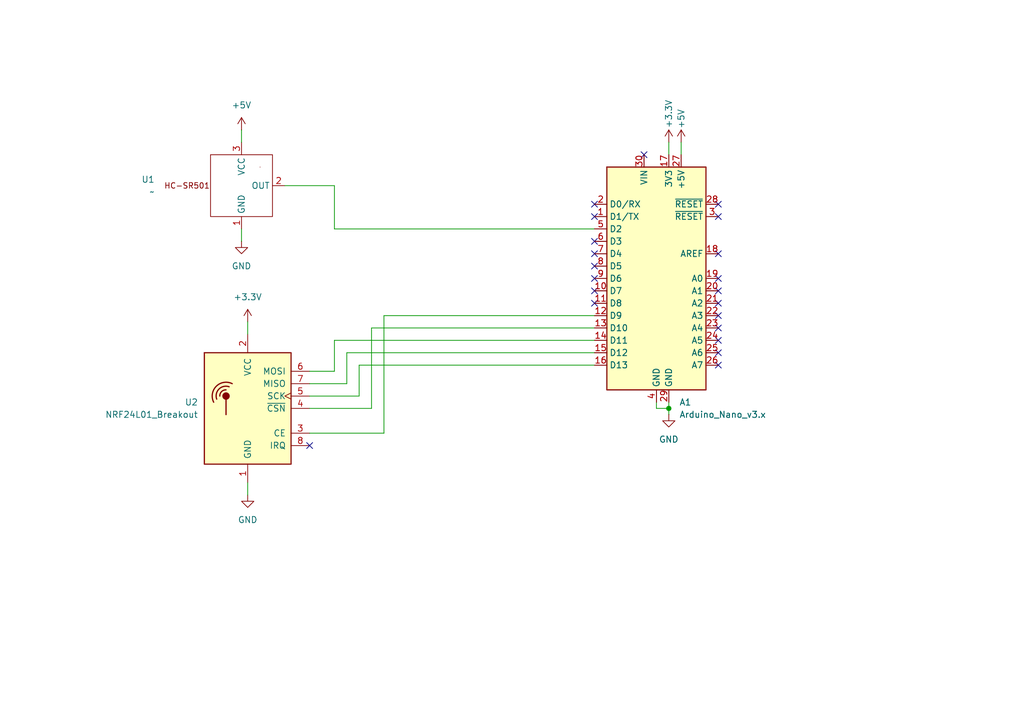
<source format=kicad_sch>
(kicad_sch
	(version 20250114)
	(generator "eeschema")
	(generator_version "9.0")
	(uuid "d662dc21-867d-4a25-9a81-387ad5e46949")
	(paper "A5")
	(title_block
		(title "IOT HSS-NODE")
		(date "2025-08-24")
		(rev "1")
	)
	(lib_symbols
		(symbol "HC-SR501:HC-SR501"
			(exclude_from_sim no)
			(in_bom yes)
			(on_board yes)
			(property "Reference" "U"
				(at 0 0 0)
				(effects
					(font
						(size 1.27 1.27)
					)
				)
			)
			(property "Value" ""
				(at 0 0 0)
				(effects
					(font
						(size 1.27 1.27)
					)
				)
			)
			(property "Footprint" ""
				(at 0 0 0)
				(effects
					(font
						(size 1.27 1.27)
					)
					(hide yes)
				)
			)
			(property "Datasheet" ""
				(at 0 0 0)
				(effects
					(font
						(size 1.27 1.27)
					)
					(hide yes)
				)
			)
			(property "Description" ""
				(at 0 0 0)
				(effects
					(font
						(size 1.27 1.27)
					)
					(hide yes)
				)
			)
			(symbol "HC-SR501_0_1"
				(rectangle
					(start -6.35 6.35)
					(end 6.35 -6.35)
					(stroke
						(width 0)
						(type default)
					)
					(fill
						(type none)
					)
				)
				(rectangle
					(start -3.81 3.81)
					(end -3.81 3.81)
					(stroke
						(width 0)
						(type default)
					)
					(fill
						(type none)
					)
				)
			)
			(symbol "HC-SR501_1_1"
				(text "HC-SR501"
					(at 11.176 0 0)
					(effects
						(font
							(size 1.143 1.143)
						)
					)
				)
				(pin output line
					(at -8.89 0 0)
					(length 2.54)
					(name "OUT"
						(effects
							(font
								(size 1.27 1.27)
							)
						)
					)
					(number "2"
						(effects
							(font
								(size 1.27 1.27)
							)
						)
					)
				)
				(pin power_in line
					(at 0 8.89 270)
					(length 2.54)
					(name "VCC"
						(effects
							(font
								(size 1.27 1.27)
							)
						)
					)
					(number "3"
						(effects
							(font
								(size 1.27 1.27)
							)
						)
					)
				)
				(pin power_out line
					(at 0 -8.89 90)
					(length 2.54)
					(name "GND"
						(effects
							(font
								(size 1.27 1.27)
							)
						)
					)
					(number "1"
						(effects
							(font
								(size 1.27 1.27)
							)
						)
					)
				)
			)
			(embedded_fonts no)
		)
		(symbol "MCU_Module:Arduino_Nano_v3.x"
			(exclude_from_sim no)
			(in_bom yes)
			(on_board yes)
			(property "Reference" "A"
				(at -10.16 23.495 0)
				(effects
					(font
						(size 1.27 1.27)
					)
					(justify left bottom)
				)
			)
			(property "Value" "Arduino_Nano_v3.x"
				(at 5.08 -24.13 0)
				(effects
					(font
						(size 1.27 1.27)
					)
					(justify left top)
				)
			)
			(property "Footprint" "Module:Arduino_Nano"
				(at 0 0 0)
				(effects
					(font
						(size 1.27 1.27)
						(italic yes)
					)
					(hide yes)
				)
			)
			(property "Datasheet" "http://www.mouser.com/pdfdocs/Gravitech_Arduino_Nano3_0.pdf"
				(at 0 0 0)
				(effects
					(font
						(size 1.27 1.27)
					)
					(hide yes)
				)
			)
			(property "Description" "Arduino Nano v3.x"
				(at 0 0 0)
				(effects
					(font
						(size 1.27 1.27)
					)
					(hide yes)
				)
			)
			(property "ki_keywords" "Arduino nano microcontroller module USB"
				(at 0 0 0)
				(effects
					(font
						(size 1.27 1.27)
					)
					(hide yes)
				)
			)
			(property "ki_fp_filters" "Arduino*Nano*"
				(at 0 0 0)
				(effects
					(font
						(size 1.27 1.27)
					)
					(hide yes)
				)
			)
			(symbol "Arduino_Nano_v3.x_0_1"
				(rectangle
					(start -10.16 22.86)
					(end 10.16 -22.86)
					(stroke
						(width 0.254)
						(type default)
					)
					(fill
						(type background)
					)
				)
			)
			(symbol "Arduino_Nano_v3.x_1_1"
				(pin bidirectional line
					(at -12.7 15.24 0)
					(length 2.54)
					(name "D0/RX"
						(effects
							(font
								(size 1.27 1.27)
							)
						)
					)
					(number "2"
						(effects
							(font
								(size 1.27 1.27)
							)
						)
					)
				)
				(pin bidirectional line
					(at -12.7 12.7 0)
					(length 2.54)
					(name "D1/TX"
						(effects
							(font
								(size 1.27 1.27)
							)
						)
					)
					(number "1"
						(effects
							(font
								(size 1.27 1.27)
							)
						)
					)
				)
				(pin bidirectional line
					(at -12.7 10.16 0)
					(length 2.54)
					(name "D2"
						(effects
							(font
								(size 1.27 1.27)
							)
						)
					)
					(number "5"
						(effects
							(font
								(size 1.27 1.27)
							)
						)
					)
				)
				(pin bidirectional line
					(at -12.7 7.62 0)
					(length 2.54)
					(name "D3"
						(effects
							(font
								(size 1.27 1.27)
							)
						)
					)
					(number "6"
						(effects
							(font
								(size 1.27 1.27)
							)
						)
					)
				)
				(pin bidirectional line
					(at -12.7 5.08 0)
					(length 2.54)
					(name "D4"
						(effects
							(font
								(size 1.27 1.27)
							)
						)
					)
					(number "7"
						(effects
							(font
								(size 1.27 1.27)
							)
						)
					)
				)
				(pin bidirectional line
					(at -12.7 2.54 0)
					(length 2.54)
					(name "D5"
						(effects
							(font
								(size 1.27 1.27)
							)
						)
					)
					(number "8"
						(effects
							(font
								(size 1.27 1.27)
							)
						)
					)
				)
				(pin bidirectional line
					(at -12.7 0 0)
					(length 2.54)
					(name "D6"
						(effects
							(font
								(size 1.27 1.27)
							)
						)
					)
					(number "9"
						(effects
							(font
								(size 1.27 1.27)
							)
						)
					)
				)
				(pin bidirectional line
					(at -12.7 -2.54 0)
					(length 2.54)
					(name "D7"
						(effects
							(font
								(size 1.27 1.27)
							)
						)
					)
					(number "10"
						(effects
							(font
								(size 1.27 1.27)
							)
						)
					)
				)
				(pin bidirectional line
					(at -12.7 -5.08 0)
					(length 2.54)
					(name "D8"
						(effects
							(font
								(size 1.27 1.27)
							)
						)
					)
					(number "11"
						(effects
							(font
								(size 1.27 1.27)
							)
						)
					)
				)
				(pin bidirectional line
					(at -12.7 -7.62 0)
					(length 2.54)
					(name "D9"
						(effects
							(font
								(size 1.27 1.27)
							)
						)
					)
					(number "12"
						(effects
							(font
								(size 1.27 1.27)
							)
						)
					)
				)
				(pin bidirectional line
					(at -12.7 -10.16 0)
					(length 2.54)
					(name "D10"
						(effects
							(font
								(size 1.27 1.27)
							)
						)
					)
					(number "13"
						(effects
							(font
								(size 1.27 1.27)
							)
						)
					)
				)
				(pin bidirectional line
					(at -12.7 -12.7 0)
					(length 2.54)
					(name "D11"
						(effects
							(font
								(size 1.27 1.27)
							)
						)
					)
					(number "14"
						(effects
							(font
								(size 1.27 1.27)
							)
						)
					)
				)
				(pin bidirectional line
					(at -12.7 -15.24 0)
					(length 2.54)
					(name "D12"
						(effects
							(font
								(size 1.27 1.27)
							)
						)
					)
					(number "15"
						(effects
							(font
								(size 1.27 1.27)
							)
						)
					)
				)
				(pin bidirectional line
					(at -12.7 -17.78 0)
					(length 2.54)
					(name "D13"
						(effects
							(font
								(size 1.27 1.27)
							)
						)
					)
					(number "16"
						(effects
							(font
								(size 1.27 1.27)
							)
						)
					)
				)
				(pin power_in line
					(at -2.54 25.4 270)
					(length 2.54)
					(name "VIN"
						(effects
							(font
								(size 1.27 1.27)
							)
						)
					)
					(number "30"
						(effects
							(font
								(size 1.27 1.27)
							)
						)
					)
				)
				(pin power_in line
					(at 0 -25.4 90)
					(length 2.54)
					(name "GND"
						(effects
							(font
								(size 1.27 1.27)
							)
						)
					)
					(number "4"
						(effects
							(font
								(size 1.27 1.27)
							)
						)
					)
				)
				(pin power_out line
					(at 2.54 25.4 270)
					(length 2.54)
					(name "3V3"
						(effects
							(font
								(size 1.27 1.27)
							)
						)
					)
					(number "17"
						(effects
							(font
								(size 1.27 1.27)
							)
						)
					)
				)
				(pin power_in line
					(at 2.54 -25.4 90)
					(length 2.54)
					(name "GND"
						(effects
							(font
								(size 1.27 1.27)
							)
						)
					)
					(number "29"
						(effects
							(font
								(size 1.27 1.27)
							)
						)
					)
				)
				(pin power_out line
					(at 5.08 25.4 270)
					(length 2.54)
					(name "+5V"
						(effects
							(font
								(size 1.27 1.27)
							)
						)
					)
					(number "27"
						(effects
							(font
								(size 1.27 1.27)
							)
						)
					)
				)
				(pin input line
					(at 12.7 15.24 180)
					(length 2.54)
					(name "~{RESET}"
						(effects
							(font
								(size 1.27 1.27)
							)
						)
					)
					(number "28"
						(effects
							(font
								(size 1.27 1.27)
							)
						)
					)
				)
				(pin input line
					(at 12.7 12.7 180)
					(length 2.54)
					(name "~{RESET}"
						(effects
							(font
								(size 1.27 1.27)
							)
						)
					)
					(number "3"
						(effects
							(font
								(size 1.27 1.27)
							)
						)
					)
				)
				(pin input line
					(at 12.7 5.08 180)
					(length 2.54)
					(name "AREF"
						(effects
							(font
								(size 1.27 1.27)
							)
						)
					)
					(number "18"
						(effects
							(font
								(size 1.27 1.27)
							)
						)
					)
				)
				(pin bidirectional line
					(at 12.7 0 180)
					(length 2.54)
					(name "A0"
						(effects
							(font
								(size 1.27 1.27)
							)
						)
					)
					(number "19"
						(effects
							(font
								(size 1.27 1.27)
							)
						)
					)
				)
				(pin bidirectional line
					(at 12.7 -2.54 180)
					(length 2.54)
					(name "A1"
						(effects
							(font
								(size 1.27 1.27)
							)
						)
					)
					(number "20"
						(effects
							(font
								(size 1.27 1.27)
							)
						)
					)
				)
				(pin bidirectional line
					(at 12.7 -5.08 180)
					(length 2.54)
					(name "A2"
						(effects
							(font
								(size 1.27 1.27)
							)
						)
					)
					(number "21"
						(effects
							(font
								(size 1.27 1.27)
							)
						)
					)
				)
				(pin bidirectional line
					(at 12.7 -7.62 180)
					(length 2.54)
					(name "A3"
						(effects
							(font
								(size 1.27 1.27)
							)
						)
					)
					(number "22"
						(effects
							(font
								(size 1.27 1.27)
							)
						)
					)
				)
				(pin bidirectional line
					(at 12.7 -10.16 180)
					(length 2.54)
					(name "A4"
						(effects
							(font
								(size 1.27 1.27)
							)
						)
					)
					(number "23"
						(effects
							(font
								(size 1.27 1.27)
							)
						)
					)
				)
				(pin bidirectional line
					(at 12.7 -12.7 180)
					(length 2.54)
					(name "A5"
						(effects
							(font
								(size 1.27 1.27)
							)
						)
					)
					(number "24"
						(effects
							(font
								(size 1.27 1.27)
							)
						)
					)
				)
				(pin bidirectional line
					(at 12.7 -15.24 180)
					(length 2.54)
					(name "A6"
						(effects
							(font
								(size 1.27 1.27)
							)
						)
					)
					(number "25"
						(effects
							(font
								(size 1.27 1.27)
							)
						)
					)
				)
				(pin bidirectional line
					(at 12.7 -17.78 180)
					(length 2.54)
					(name "A7"
						(effects
							(font
								(size 1.27 1.27)
							)
						)
					)
					(number "26"
						(effects
							(font
								(size 1.27 1.27)
							)
						)
					)
				)
			)
			(embedded_fonts no)
		)
		(symbol "RF:NRF24L01_Breakout"
			(pin_names
				(offset 1.016)
			)
			(exclude_from_sim no)
			(in_bom yes)
			(on_board yes)
			(property "Reference" "U"
				(at -8.89 12.7 0)
				(effects
					(font
						(size 1.27 1.27)
					)
					(justify left)
				)
			)
			(property "Value" "NRF24L01_Breakout"
				(at 3.81 12.7 0)
				(effects
					(font
						(size 1.27 1.27)
					)
					(justify left)
				)
			)
			(property "Footprint" "RF_Module:nRF24L01_Breakout"
				(at 3.81 15.24 0)
				(effects
					(font
						(size 1.27 1.27)
						(italic yes)
					)
					(justify left)
					(hide yes)
				)
			)
			(property "Datasheet" "http://www.nordicsemi.com/eng/content/download/2730/34105/file/nRF24L01_Product_Specification_v2_0.pdf"
				(at 0 -2.54 0)
				(effects
					(font
						(size 1.27 1.27)
					)
					(hide yes)
				)
			)
			(property "Description" "Ultra low power 2.4GHz RF Transceiver, Carrier PCB"
				(at 0 0 0)
				(effects
					(font
						(size 1.27 1.27)
					)
					(hide yes)
				)
			)
			(property "ki_keywords" "Low Power RF Transceiver breakout carrier"
				(at 0 0 0)
				(effects
					(font
						(size 1.27 1.27)
					)
					(hide yes)
				)
			)
			(property "ki_fp_filters" "nRF24L01*Breakout*"
				(at 0 0 0)
				(effects
					(font
						(size 1.27 1.27)
					)
					(hide yes)
				)
			)
			(symbol "NRF24L01_Breakout_0_1"
				(rectangle
					(start -8.89 11.43)
					(end 8.89 -11.43)
					(stroke
						(width 0.254)
						(type default)
					)
					(fill
						(type background)
					)
				)
				(arc
					(start 3.175 5.08)
					(mid 6.453 4.548)
					(end 6.985 1.27)
					(stroke
						(width 0.254)
						(type default)
					)
					(fill
						(type none)
					)
				)
				(circle
					(center 4.445 2.54)
					(radius 0.635)
					(stroke
						(width 0.254)
						(type default)
					)
					(fill
						(type outline)
					)
				)
				(polyline
					(pts
						(xy 4.445 1.905) (xy 4.445 -1.27)
					)
					(stroke
						(width 0.254)
						(type default)
					)
					(fill
						(type none)
					)
				)
				(arc
					(start 3.81 4.445)
					(mid 5.8835 3.9785)
					(end 6.35 1.905)
					(stroke
						(width 0.254)
						(type default)
					)
					(fill
						(type none)
					)
				)
				(arc
					(start 4.445 3.81)
					(mid 5.3558 3.4508)
					(end 5.715 2.54)
					(stroke
						(width 0.254)
						(type default)
					)
					(fill
						(type none)
					)
				)
			)
			(symbol "NRF24L01_Breakout_1_1"
				(pin input line
					(at -12.7 7.62 0)
					(length 3.81)
					(name "MOSI"
						(effects
							(font
								(size 1.27 1.27)
							)
						)
					)
					(number "6"
						(effects
							(font
								(size 1.27 1.27)
							)
						)
					)
				)
				(pin output line
					(at -12.7 5.08 0)
					(length 3.81)
					(name "MISO"
						(effects
							(font
								(size 1.27 1.27)
							)
						)
					)
					(number "7"
						(effects
							(font
								(size 1.27 1.27)
							)
						)
					)
				)
				(pin input clock
					(at -12.7 2.54 0)
					(length 3.81)
					(name "SCK"
						(effects
							(font
								(size 1.27 1.27)
							)
						)
					)
					(number "5"
						(effects
							(font
								(size 1.27 1.27)
							)
						)
					)
				)
				(pin input line
					(at -12.7 0 0)
					(length 3.81)
					(name "~{CSN}"
						(effects
							(font
								(size 1.27 1.27)
							)
						)
					)
					(number "4"
						(effects
							(font
								(size 1.27 1.27)
							)
						)
					)
				)
				(pin input line
					(at -12.7 -5.08 0)
					(length 3.81)
					(name "CE"
						(effects
							(font
								(size 1.27 1.27)
							)
						)
					)
					(number "3"
						(effects
							(font
								(size 1.27 1.27)
							)
						)
					)
				)
				(pin output line
					(at -12.7 -7.62 0)
					(length 3.81)
					(name "IRQ"
						(effects
							(font
								(size 1.27 1.27)
							)
						)
					)
					(number "8"
						(effects
							(font
								(size 1.27 1.27)
							)
						)
					)
				)
				(pin power_in line
					(at 0 15.24 270)
					(length 3.81)
					(name "VCC"
						(effects
							(font
								(size 1.27 1.27)
							)
						)
					)
					(number "2"
						(effects
							(font
								(size 1.27 1.27)
							)
						)
					)
				)
				(pin power_in line
					(at 0 -15.24 90)
					(length 3.81)
					(name "GND"
						(effects
							(font
								(size 1.27 1.27)
							)
						)
					)
					(number "1"
						(effects
							(font
								(size 1.27 1.27)
							)
						)
					)
				)
			)
			(embedded_fonts no)
		)
		(symbol "power:+3.3V"
			(power)
			(pin_numbers
				(hide yes)
			)
			(pin_names
				(offset 0)
				(hide yes)
			)
			(exclude_from_sim no)
			(in_bom yes)
			(on_board yes)
			(property "Reference" "#PWR"
				(at 0 -3.81 0)
				(effects
					(font
						(size 1.27 1.27)
					)
					(hide yes)
				)
			)
			(property "Value" "+3.3V"
				(at 0 3.556 0)
				(effects
					(font
						(size 1.27 1.27)
					)
				)
			)
			(property "Footprint" ""
				(at 0 0 0)
				(effects
					(font
						(size 1.27 1.27)
					)
					(hide yes)
				)
			)
			(property "Datasheet" ""
				(at 0 0 0)
				(effects
					(font
						(size 1.27 1.27)
					)
					(hide yes)
				)
			)
			(property "Description" "Power symbol creates a global label with name \"+3.3V\""
				(at 0 0 0)
				(effects
					(font
						(size 1.27 1.27)
					)
					(hide yes)
				)
			)
			(property "ki_keywords" "global power"
				(at 0 0 0)
				(effects
					(font
						(size 1.27 1.27)
					)
					(hide yes)
				)
			)
			(symbol "+3.3V_0_1"
				(polyline
					(pts
						(xy -0.762 1.27) (xy 0 2.54)
					)
					(stroke
						(width 0)
						(type default)
					)
					(fill
						(type none)
					)
				)
				(polyline
					(pts
						(xy 0 2.54) (xy 0.762 1.27)
					)
					(stroke
						(width 0)
						(type default)
					)
					(fill
						(type none)
					)
				)
				(polyline
					(pts
						(xy 0 0) (xy 0 2.54)
					)
					(stroke
						(width 0)
						(type default)
					)
					(fill
						(type none)
					)
				)
			)
			(symbol "+3.3V_1_1"
				(pin power_in line
					(at 0 0 90)
					(length 0)
					(name "~"
						(effects
							(font
								(size 1.27 1.27)
							)
						)
					)
					(number "1"
						(effects
							(font
								(size 1.27 1.27)
							)
						)
					)
				)
			)
			(embedded_fonts no)
		)
		(symbol "power:+5V"
			(power)
			(pin_numbers
				(hide yes)
			)
			(pin_names
				(offset 0)
				(hide yes)
			)
			(exclude_from_sim no)
			(in_bom yes)
			(on_board yes)
			(property "Reference" "#PWR"
				(at 0 -3.81 0)
				(effects
					(font
						(size 1.27 1.27)
					)
					(hide yes)
				)
			)
			(property "Value" "+5V"
				(at 0 3.556 0)
				(effects
					(font
						(size 1.27 1.27)
					)
				)
			)
			(property "Footprint" ""
				(at 0 0 0)
				(effects
					(font
						(size 1.27 1.27)
					)
					(hide yes)
				)
			)
			(property "Datasheet" ""
				(at 0 0 0)
				(effects
					(font
						(size 1.27 1.27)
					)
					(hide yes)
				)
			)
			(property "Description" "Power symbol creates a global label with name \"+5V\""
				(at 0 0 0)
				(effects
					(font
						(size 1.27 1.27)
					)
					(hide yes)
				)
			)
			(property "ki_keywords" "global power"
				(at 0 0 0)
				(effects
					(font
						(size 1.27 1.27)
					)
					(hide yes)
				)
			)
			(symbol "+5V_0_1"
				(polyline
					(pts
						(xy -0.762 1.27) (xy 0 2.54)
					)
					(stroke
						(width 0)
						(type default)
					)
					(fill
						(type none)
					)
				)
				(polyline
					(pts
						(xy 0 2.54) (xy 0.762 1.27)
					)
					(stroke
						(width 0)
						(type default)
					)
					(fill
						(type none)
					)
				)
				(polyline
					(pts
						(xy 0 0) (xy 0 2.54)
					)
					(stroke
						(width 0)
						(type default)
					)
					(fill
						(type none)
					)
				)
			)
			(symbol "+5V_1_1"
				(pin power_in line
					(at 0 0 90)
					(length 0)
					(name "~"
						(effects
							(font
								(size 1.27 1.27)
							)
						)
					)
					(number "1"
						(effects
							(font
								(size 1.27 1.27)
							)
						)
					)
				)
			)
			(embedded_fonts no)
		)
		(symbol "power:GND"
			(power)
			(pin_numbers
				(hide yes)
			)
			(pin_names
				(offset 0)
				(hide yes)
			)
			(exclude_from_sim no)
			(in_bom yes)
			(on_board yes)
			(property "Reference" "#PWR"
				(at 0 -6.35 0)
				(effects
					(font
						(size 1.27 1.27)
					)
					(hide yes)
				)
			)
			(property "Value" "GND"
				(at 0 -3.81 0)
				(effects
					(font
						(size 1.27 1.27)
					)
				)
			)
			(property "Footprint" ""
				(at 0 0 0)
				(effects
					(font
						(size 1.27 1.27)
					)
					(hide yes)
				)
			)
			(property "Datasheet" ""
				(at 0 0 0)
				(effects
					(font
						(size 1.27 1.27)
					)
					(hide yes)
				)
			)
			(property "Description" "Power symbol creates a global label with name \"GND\" , ground"
				(at 0 0 0)
				(effects
					(font
						(size 1.27 1.27)
					)
					(hide yes)
				)
			)
			(property "ki_keywords" "global power"
				(at 0 0 0)
				(effects
					(font
						(size 1.27 1.27)
					)
					(hide yes)
				)
			)
			(symbol "GND_0_1"
				(polyline
					(pts
						(xy 0 0) (xy 0 -1.27) (xy 1.27 -1.27) (xy 0 -2.54) (xy -1.27 -1.27) (xy 0 -1.27)
					)
					(stroke
						(width 0)
						(type default)
					)
					(fill
						(type none)
					)
				)
			)
			(symbol "GND_1_1"
				(pin power_in line
					(at 0 0 270)
					(length 0)
					(name "~"
						(effects
							(font
								(size 1.27 1.27)
							)
						)
					)
					(number "1"
						(effects
							(font
								(size 1.27 1.27)
							)
						)
					)
				)
			)
			(embedded_fonts no)
		)
	)
	(junction
		(at 137.16 83.82)
		(diameter 0)
		(color 0 0 0 0)
		(uuid "1413a82e-e4bc-48b2-8278-4204ce7812b0")
	)
	(no_connect
		(at 147.32 62.23)
		(uuid "027cb51d-e54d-4cc8-be64-2233b3e9eae7")
	)
	(no_connect
		(at 121.92 44.45)
		(uuid "03486090-1506-454c-b10b-ce13fa9dff49")
	)
	(no_connect
		(at 121.92 41.91)
		(uuid "1449a18c-30f1-41c0-8dce-00ae4cd5d29d")
	)
	(no_connect
		(at 147.32 59.69)
		(uuid "27a01ab5-3362-4cf3-b516-2951a8752977")
	)
	(no_connect
		(at 63.5 91.44)
		(uuid "41a0f09e-b5df-4846-a8e3-924abd3e7964")
	)
	(no_connect
		(at 147.32 64.77)
		(uuid "5cb476e5-ecf8-45df-9495-f969c9382cc0")
	)
	(no_connect
		(at 121.92 49.53)
		(uuid "6617207e-b2bd-4407-b98f-b26d88117a23")
	)
	(no_connect
		(at 121.92 52.07)
		(uuid "66f312b2-a823-4e4a-8cac-a8c3848b5327")
	)
	(no_connect
		(at 147.32 72.39)
		(uuid "723c3474-bb49-4eab-a3ac-1dcf47308740")
	)
	(no_connect
		(at 121.92 57.15)
		(uuid "77211bc1-a83d-4f86-9779-946372b7b83a")
	)
	(no_connect
		(at 147.32 74.93)
		(uuid "804cb4fa-006c-4f3f-9f77-d5b2d0b7898d")
	)
	(no_connect
		(at 147.32 52.07)
		(uuid "8742d089-6c21-4797-ba2d-5fcb5a762c39")
	)
	(no_connect
		(at 147.32 67.31)
		(uuid "893b3c9b-5d4b-4885-a3aa-3cc6e0dd8ad8")
	)
	(no_connect
		(at 147.32 41.91)
		(uuid "8e557740-0f92-4176-b153-04dd218d8090")
	)
	(no_connect
		(at 147.32 44.45)
		(uuid "90662b57-eadb-4264-b26c-c47de32363b1")
	)
	(no_connect
		(at 147.32 57.15)
		(uuid "9078b5be-e6cd-4503-a953-ce892ab2e90e")
	)
	(no_connect
		(at 121.92 59.69)
		(uuid "986d6f5e-1be0-475d-bcfc-ffb442e8db09")
	)
	(no_connect
		(at 121.92 62.23)
		(uuid "b592bb09-f916-48e7-9a83-c663898ee6c5")
	)
	(no_connect
		(at 121.92 54.61)
		(uuid "ebb3b9e6-9b7b-4bf1-8792-833e8a643eeb")
	)
	(no_connect
		(at 132.08 31.75)
		(uuid "f6014f91-3897-44c1-be22-3c5c90ecd6f4")
	)
	(no_connect
		(at 147.32 69.85)
		(uuid "f6d6b060-df62-4429-b7d2-7e276d59bfa1")
	)
	(wire
		(pts
			(xy 63.5 78.74) (xy 71.12 78.74)
		)
		(stroke
			(width 0)
			(type default)
		)
		(uuid "0385c7b9-1cca-4c03-97fa-53891db02536")
	)
	(wire
		(pts
			(xy 63.5 88.9) (xy 78.74 88.9)
		)
		(stroke
			(width 0)
			(type default)
		)
		(uuid "075276e8-35fa-4941-b72f-1ce2c31dc015")
	)
	(wire
		(pts
			(xy 71.12 72.39) (xy 71.12 78.74)
		)
		(stroke
			(width 0)
			(type default)
		)
		(uuid "088f2946-5fa8-44b8-b3b8-b07daee0c9b4")
	)
	(wire
		(pts
			(xy 137.16 82.55) (xy 137.16 83.82)
		)
		(stroke
			(width 0)
			(type default)
		)
		(uuid "0b08e0ae-1322-44f9-a9ad-ae845f3b16ff")
	)
	(wire
		(pts
			(xy 68.58 69.85) (xy 68.58 76.2)
		)
		(stroke
			(width 0)
			(type default)
		)
		(uuid "0d115a80-0252-42ac-b3bb-cc82d3684edf")
	)
	(wire
		(pts
			(xy 78.74 88.9) (xy 78.74 64.77)
		)
		(stroke
			(width 0)
			(type default)
		)
		(uuid "0d1f3c7a-62c4-4109-9db6-ebb9f0ba7b7b")
	)
	(wire
		(pts
			(xy 68.58 38.1) (xy 68.58 46.99)
		)
		(stroke
			(width 0)
			(type default)
		)
		(uuid "0d7d1907-32ea-4ee1-a739-68dafe4d38d2")
	)
	(wire
		(pts
			(xy 50.8 66.04) (xy 50.8 68.58)
		)
		(stroke
			(width 0)
			(type default)
		)
		(uuid "11aa1815-8945-47bc-a52b-c8765e29434b")
	)
	(wire
		(pts
			(xy 121.92 72.39) (xy 71.12 72.39)
		)
		(stroke
			(width 0)
			(type default)
		)
		(uuid "19ee41c8-7c98-4aed-b47e-424d4a5d3390")
	)
	(wire
		(pts
			(xy 49.53 26.67) (xy 49.53 29.21)
		)
		(stroke
			(width 0)
			(type default)
		)
		(uuid "1afc5849-c38d-489a-80e9-b5c00a7779ab")
	)
	(wire
		(pts
			(xy 50.8 99.06) (xy 50.8 101.6)
		)
		(stroke
			(width 0)
			(type default)
		)
		(uuid "1bfe9341-87e4-46ef-aea7-c6be2aa16dbc")
	)
	(wire
		(pts
			(xy 63.5 83.82) (xy 76.2 83.82)
		)
		(stroke
			(width 0)
			(type default)
		)
		(uuid "1ef80967-6162-4f73-9b4c-c52f5330bb34")
	)
	(wire
		(pts
			(xy 137.16 83.82) (xy 137.16 85.09)
		)
		(stroke
			(width 0)
			(type default)
		)
		(uuid "1f8b4aca-2b14-4a2a-999b-8127e803ee75")
	)
	(wire
		(pts
			(xy 73.66 74.93) (xy 73.66 81.28)
		)
		(stroke
			(width 0)
			(type default)
		)
		(uuid "2375ab62-68b7-42a9-bdec-1fefbca949f1")
	)
	(wire
		(pts
			(xy 76.2 67.31) (xy 76.2 83.82)
		)
		(stroke
			(width 0)
			(type default)
		)
		(uuid "263976d0-462d-4dea-8b8d-acc40f40937b")
	)
	(wire
		(pts
			(xy 76.2 67.31) (xy 121.92 67.31)
		)
		(stroke
			(width 0)
			(type default)
		)
		(uuid "26d96e9c-a599-4784-bdd7-5d8428ad5262")
	)
	(wire
		(pts
			(xy 139.7 29.21) (xy 139.7 31.75)
		)
		(stroke
			(width 0)
			(type default)
		)
		(uuid "3329a653-aa5e-42fe-9995-59f031430dd0")
	)
	(wire
		(pts
			(xy 49.53 46.99) (xy 49.53 49.53)
		)
		(stroke
			(width 0)
			(type default)
		)
		(uuid "339540b2-89b1-4859-ac85-b2ba860c682e")
	)
	(wire
		(pts
			(xy 137.16 29.21) (xy 137.16 31.75)
		)
		(stroke
			(width 0)
			(type default)
		)
		(uuid "51a528ee-9fd7-4e32-9955-3cf75b53ec35")
	)
	(wire
		(pts
			(xy 63.5 76.2) (xy 68.58 76.2)
		)
		(stroke
			(width 0)
			(type default)
		)
		(uuid "56555c67-fbcf-40a6-b5ab-beee726d2e24")
	)
	(wire
		(pts
			(xy 63.5 81.28) (xy 73.66 81.28)
		)
		(stroke
			(width 0)
			(type default)
		)
		(uuid "646cadd8-d016-46d0-943e-5c8d727728c4")
	)
	(wire
		(pts
			(xy 121.92 74.93) (xy 73.66 74.93)
		)
		(stroke
			(width 0)
			(type default)
		)
		(uuid "71a4c2b4-d7fa-4e44-8a35-6db71fb54845")
	)
	(wire
		(pts
			(xy 58.42 38.1) (xy 68.58 38.1)
		)
		(stroke
			(width 0)
			(type default)
		)
		(uuid "9c338868-a1bf-4e90-9d25-cfed33110b23")
	)
	(wire
		(pts
			(xy 121.92 69.85) (xy 68.58 69.85)
		)
		(stroke
			(width 0)
			(type default)
		)
		(uuid "b326212f-14fe-4ff0-ada5-a4ef60422bda")
	)
	(wire
		(pts
			(xy 78.74 64.77) (xy 121.92 64.77)
		)
		(stroke
			(width 0)
			(type default)
		)
		(uuid "be8af232-07c0-44e8-9c27-7a0b66a7e1a7")
	)
	(wire
		(pts
			(xy 68.58 46.99) (xy 121.92 46.99)
		)
		(stroke
			(width 0)
			(type default)
		)
		(uuid "cef2727e-b545-4cda-bd32-0bfbe6c7dff9")
	)
	(wire
		(pts
			(xy 134.62 83.82) (xy 137.16 83.82)
		)
		(stroke
			(width 0)
			(type default)
		)
		(uuid "eda88d1a-8e00-4d7f-86c4-545314060a3c")
	)
	(wire
		(pts
			(xy 134.62 82.55) (xy 134.62 83.82)
		)
		(stroke
			(width 0)
			(type default)
		)
		(uuid "f11c30fe-dbf0-4463-9648-ce0dfc50361d")
	)
	(symbol
		(lib_id "power:+3.3V")
		(at 50.8 66.04 0)
		(unit 1)
		(exclude_from_sim no)
		(in_bom yes)
		(on_board yes)
		(dnp no)
		(fields_autoplaced yes)
		(uuid "3602c187-b947-4ed2-98ec-9d2ad1bc5a43")
		(property "Reference" "#PWR04"
			(at 50.8 69.85 0)
			(effects
				(font
					(size 1.27 1.27)
				)
				(hide yes)
			)
		)
		(property "Value" "+3.3V"
			(at 50.8 60.96 0)
			(effects
				(font
					(size 1.27 1.27)
				)
			)
		)
		(property "Footprint" ""
			(at 50.8 66.04 0)
			(effects
				(font
					(size 1.27 1.27)
				)
				(hide yes)
			)
		)
		(property "Datasheet" ""
			(at 50.8 66.04 0)
			(effects
				(font
					(size 1.27 1.27)
				)
				(hide yes)
			)
		)
		(property "Description" "Power symbol creates a global label with name \"+3.3V\""
			(at 50.8 66.04 0)
			(effects
				(font
					(size 1.27 1.27)
				)
				(hide yes)
			)
		)
		(pin "1"
			(uuid "51984af5-95c0-4db1-9fa7-192fc2b179e9")
		)
		(instances
			(project ""
				(path "/d662dc21-867d-4a25-9a81-387ad5e46949"
					(reference "#PWR04")
					(unit 1)
				)
			)
		)
	)
	(symbol
		(lib_id "power:GND")
		(at 137.16 85.09 0)
		(unit 1)
		(exclude_from_sim no)
		(in_bom yes)
		(on_board yes)
		(dnp no)
		(fields_autoplaced yes)
		(uuid "3ab26c4f-0d90-4b6a-afeb-6a55ef61e527")
		(property "Reference" "#PWR07"
			(at 137.16 91.44 0)
			(effects
				(font
					(size 1.27 1.27)
				)
				(hide yes)
			)
		)
		(property "Value" "GND"
			(at 137.16 90.17 0)
			(effects
				(font
					(size 1.27 1.27)
				)
			)
		)
		(property "Footprint" ""
			(at 137.16 85.09 0)
			(effects
				(font
					(size 1.27 1.27)
				)
				(hide yes)
			)
		)
		(property "Datasheet" ""
			(at 137.16 85.09 0)
			(effects
				(font
					(size 1.27 1.27)
				)
				(hide yes)
			)
		)
		(property "Description" "Power symbol creates a global label with name \"GND\" , ground"
			(at 137.16 85.09 0)
			(effects
				(font
					(size 1.27 1.27)
				)
				(hide yes)
			)
		)
		(pin "1"
			(uuid "2d21d571-e79d-4fd3-b591-0bd79f99f894")
		)
		(instances
			(project ""
				(path "/d662dc21-867d-4a25-9a81-387ad5e46949"
					(reference "#PWR07")
					(unit 1)
				)
			)
		)
	)
	(symbol
		(lib_id "power:GND")
		(at 50.8 101.6 0)
		(unit 1)
		(exclude_from_sim no)
		(in_bom yes)
		(on_board yes)
		(dnp no)
		(fields_autoplaced yes)
		(uuid "7c53e3fa-d2bc-4224-8c7c-10e0769164b0")
		(property "Reference" "#PWR03"
			(at 50.8 107.95 0)
			(effects
				(font
					(size 1.27 1.27)
				)
				(hide yes)
			)
		)
		(property "Value" "GND"
			(at 50.8 106.68 0)
			(effects
				(font
					(size 1.27 1.27)
				)
			)
		)
		(property "Footprint" ""
			(at 50.8 101.6 0)
			(effects
				(font
					(size 1.27 1.27)
				)
				(hide yes)
			)
		)
		(property "Datasheet" ""
			(at 50.8 101.6 0)
			(effects
				(font
					(size 1.27 1.27)
				)
				(hide yes)
			)
		)
		(property "Description" "Power symbol creates a global label with name \"GND\" , ground"
			(at 50.8 101.6 0)
			(effects
				(font
					(size 1.27 1.27)
				)
				(hide yes)
			)
		)
		(pin "1"
			(uuid "387c3000-459a-4478-92ef-237ef3daba48")
		)
		(instances
			(project ""
				(path "/d662dc21-867d-4a25-9a81-387ad5e46949"
					(reference "#PWR03")
					(unit 1)
				)
			)
		)
	)
	(symbol
		(lib_id "RF:NRF24L01_Breakout")
		(at 50.8 83.82 0)
		(mirror y)
		(unit 1)
		(exclude_from_sim no)
		(in_bom yes)
		(on_board yes)
		(dnp no)
		(uuid "994e1b5c-5af6-48cb-a934-ce55ad8cf827")
		(property "Reference" "U2"
			(at 40.64 82.5499 0)
			(effects
				(font
					(size 1.27 1.27)
				)
				(justify left)
			)
		)
		(property "Value" "NRF24L01_Breakout"
			(at 40.64 85.0899 0)
			(effects
				(font
					(size 1.27 1.27)
				)
				(justify left)
			)
		)
		(property "Footprint" "RF_Module:nRF24L01_Breakout(BORDER)"
			(at 46.99 68.58 0)
			(effects
				(font
					(size 1.27 1.27)
					(italic yes)
				)
				(justify left)
				(hide yes)
			)
		)
		(property "Datasheet" "http://www.nordicsemi.com/eng/content/download/2730/34105/file/nRF24L01_Product_Specification_v2_0.pdf"
			(at 50.8 86.36 0)
			(effects
				(font
					(size 1.27 1.27)
				)
				(hide yes)
			)
		)
		(property "Description" "Ultra low power 2.4GHz RF Transceiver, Carrier PCB"
			(at 50.8 83.82 0)
			(effects
				(font
					(size 1.27 1.27)
				)
				(hide yes)
			)
		)
		(pin "4"
			(uuid "20a8d494-73e8-44d9-9723-3ff1d4430fda")
		)
		(pin "7"
			(uuid "20fb636b-ffa4-4949-8ec0-878805aca937")
		)
		(pin "2"
			(uuid "364cd79b-d3e8-4fbb-811e-8c48a9d8bff3")
		)
		(pin "5"
			(uuid "2b6517d6-7fec-4e7d-998d-f70347269cea")
		)
		(pin "3"
			(uuid "ed657a90-6ee1-42d4-beac-66468f3b9bd2")
		)
		(pin "6"
			(uuid "de45d2ce-f86b-44cd-a041-d154782d95a8")
		)
		(pin "1"
			(uuid "a018c730-2590-4e11-b865-3bc46b8547d4")
		)
		(pin "8"
			(uuid "97b82bf2-4b17-4e30-afcc-af5a712aaeb6")
		)
		(instances
			(project ""
				(path "/d662dc21-867d-4a25-9a81-387ad5e46949"
					(reference "U2")
					(unit 1)
				)
			)
		)
	)
	(symbol
		(lib_id "power:GND")
		(at 49.53 49.53 0)
		(unit 1)
		(exclude_from_sim no)
		(in_bom yes)
		(on_board yes)
		(dnp no)
		(fields_autoplaced yes)
		(uuid "9dbf4b53-99bf-4da3-996b-0e790f280db6")
		(property "Reference" "#PWR02"
			(at 49.53 55.88 0)
			(effects
				(font
					(size 1.27 1.27)
				)
				(hide yes)
			)
		)
		(property "Value" "GND"
			(at 49.53 54.61 0)
			(effects
				(font
					(size 1.27 1.27)
				)
			)
		)
		(property "Footprint" ""
			(at 49.53 49.53 0)
			(effects
				(font
					(size 1.27 1.27)
				)
				(hide yes)
			)
		)
		(property "Datasheet" ""
			(at 49.53 49.53 0)
			(effects
				(font
					(size 1.27 1.27)
				)
				(hide yes)
			)
		)
		(property "Description" "Power symbol creates a global label with name \"GND\" , ground"
			(at 49.53 49.53 0)
			(effects
				(font
					(size 1.27 1.27)
				)
				(hide yes)
			)
		)
		(pin "1"
			(uuid "a55e058b-6868-4934-8f5d-58f1ad4b2f0d")
		)
		(instances
			(project ""
				(path "/d662dc21-867d-4a25-9a81-387ad5e46949"
					(reference "#PWR02")
					(unit 1)
				)
			)
		)
	)
	(symbol
		(lib_id "MCU_Module:Arduino_Nano_v3.x")
		(at 134.62 57.15 0)
		(unit 1)
		(exclude_from_sim no)
		(in_bom yes)
		(on_board yes)
		(dnp no)
		(fields_autoplaced yes)
		(uuid "b2b3bd6c-df9f-430f-ba8c-83ce65edbced")
		(property "Reference" "A1"
			(at 139.3033 82.55 0)
			(effects
				(font
					(size 1.27 1.27)
				)
				(justify left)
			)
		)
		(property "Value" "Arduino_Nano_v3.x"
			(at 139.3033 85.09 0)
			(effects
				(font
					(size 1.27 1.27)
				)
				(justify left)
			)
		)
		(property "Footprint" "Module:Arduino_Nano_WithMountingHoles"
			(at 134.62 57.15 0)
			(effects
				(font
					(size 1.27 1.27)
					(italic yes)
				)
				(hide yes)
			)
		)
		(property "Datasheet" "http://www.mouser.com/pdfdocs/Gravitech_Arduino_Nano3_0.pdf"
			(at 134.62 57.15 0)
			(effects
				(font
					(size 1.27 1.27)
				)
				(hide yes)
			)
		)
		(property "Description" "Arduino Nano v3.x"
			(at 134.62 57.15 0)
			(effects
				(font
					(size 1.27 1.27)
				)
				(hide yes)
			)
		)
		(pin "22"
			(uuid "3ffbc908-bb0b-4bb2-9c19-cf3947d29c1a")
		)
		(pin "21"
			(uuid "f0065474-bad4-4115-a960-432b30463fe8")
		)
		(pin "25"
			(uuid "60d94b2f-adec-46de-a05a-d1ae1270524d")
		)
		(pin "23"
			(uuid "817a4ca2-67a1-43dd-a65e-6650e05ce9de")
		)
		(pin "20"
			(uuid "38c27fb4-bce7-4d04-9995-d4f3ed7a1b32")
		)
		(pin "24"
			(uuid "bcd33b93-39fd-4bd2-80fb-2d467856cb96")
		)
		(pin "26"
			(uuid "08b96614-31bf-4e2a-8450-bb05a29628b8")
		)
		(pin "19"
			(uuid "81389145-999f-4c36-a8b2-df5905a14d46")
		)
		(pin "18"
			(uuid "9ab3036d-820a-42a4-8792-18692c8c2bc8")
		)
		(pin "10"
			(uuid "6ba47f88-2708-43b9-a3d2-e4fe033a828f")
		)
		(pin "15"
			(uuid "b3134697-4891-4dbd-aab6-2acd67d0ae34")
		)
		(pin "5"
			(uuid "6c3a04eb-2e28-4b5e-b03e-3b78d9a8b14e")
		)
		(pin "1"
			(uuid "2dc7bfdd-9b56-4661-bede-c69fe7bd9b5d")
		)
		(pin "2"
			(uuid "d83b4824-fbd6-44cd-8fc5-ad91bf75b37e")
		)
		(pin "6"
			(uuid "f7bc95cb-a8df-45bf-98dc-be1922c38ce3")
		)
		(pin "8"
			(uuid "05bd7329-41ac-4ffd-a6a5-98079d751b0d")
		)
		(pin "7"
			(uuid "ef2bcbda-1cce-4793-8044-ded20392e489")
		)
		(pin "9"
			(uuid "368d564f-8246-4b7a-9586-2fcb425a8f12")
		)
		(pin "11"
			(uuid "351fed7c-6438-4806-94ed-252521e74e6a")
		)
		(pin "12"
			(uuid "0c0bc9eb-c58d-4e5a-bcd2-03250c405d7e")
		)
		(pin "13"
			(uuid "191d841f-7f49-4a88-bd03-6f60efc717a7")
		)
		(pin "14"
			(uuid "3c0076e9-889e-4284-89d4-2db256749683")
		)
		(pin "16"
			(uuid "f8cdc2a9-3b5e-42e4-9d7b-b90ff2ee657b")
		)
		(pin "4"
			(uuid "b0078f3e-3581-4bba-87a9-d3c05ea6ec36")
		)
		(pin "29"
			(uuid "73296c6e-9836-468e-8577-6a21871e9eb8")
		)
		(pin "27"
			(uuid "803408bb-9fd0-4605-a03a-6a362451964d")
		)
		(pin "28"
			(uuid "6e8a6caa-d38f-476e-95b4-e2345eec48bf")
		)
		(pin "3"
			(uuid "eea7e9e8-0ea2-4e10-aba0-b0c950cc3e79")
		)
		(pin "17"
			(uuid "bb601988-c220-4374-a935-6476da43a5c4")
		)
		(pin "30"
			(uuid "2a04edac-9882-4daa-a471-e5a5c1e4ffc7")
		)
		(instances
			(project ""
				(path "/d662dc21-867d-4a25-9a81-387ad5e46949"
					(reference "A1")
					(unit 1)
				)
			)
		)
	)
	(symbol
		(lib_id "power:+5V")
		(at 139.7 29.21 0)
		(unit 1)
		(exclude_from_sim no)
		(in_bom yes)
		(on_board yes)
		(dnp no)
		(uuid "c2961c5b-dd3c-449d-8535-f350e6218c79")
		(property "Reference" "#PWR06"
			(at 139.7 33.02 0)
			(effects
				(font
					(size 1.27 1.27)
				)
				(hide yes)
			)
		)
		(property "Value" "+5V"
			(at 139.7 24.384 90)
			(effects
				(font
					(size 1.27 1.27)
				)
			)
		)
		(property "Footprint" ""
			(at 139.7 29.21 0)
			(effects
				(font
					(size 1.27 1.27)
				)
				(hide yes)
			)
		)
		(property "Datasheet" ""
			(at 139.7 29.21 0)
			(effects
				(font
					(size 1.27 1.27)
				)
				(hide yes)
			)
		)
		(property "Description" "Power symbol creates a global label with name \"+5V\""
			(at 139.7 29.21 0)
			(effects
				(font
					(size 1.27 1.27)
				)
				(hide yes)
			)
		)
		(pin "1"
			(uuid "3139e17f-a66c-47ab-b58c-46f905e8ae69")
		)
		(instances
			(project ""
				(path "/d662dc21-867d-4a25-9a81-387ad5e46949"
					(reference "#PWR06")
					(unit 1)
				)
			)
		)
	)
	(symbol
		(lib_id "power:+5V")
		(at 49.53 26.67 0)
		(unit 1)
		(exclude_from_sim no)
		(in_bom yes)
		(on_board yes)
		(dnp no)
		(fields_autoplaced yes)
		(uuid "c32331d5-e3ba-4e48-9eab-8c5e96596d46")
		(property "Reference" "#PWR01"
			(at 49.53 30.48 0)
			(effects
				(font
					(size 1.27 1.27)
				)
				(hide yes)
			)
		)
		(property "Value" "+5V"
			(at 49.53 21.59 0)
			(effects
				(font
					(size 1.27 1.27)
				)
			)
		)
		(property "Footprint" ""
			(at 49.53 26.67 0)
			(effects
				(font
					(size 1.27 1.27)
				)
				(hide yes)
			)
		)
		(property "Datasheet" ""
			(at 49.53 26.67 0)
			(effects
				(font
					(size 1.27 1.27)
				)
				(hide yes)
			)
		)
		(property "Description" "Power symbol creates a global label with name \"+5V\""
			(at 49.53 26.67 0)
			(effects
				(font
					(size 1.27 1.27)
				)
				(hide yes)
			)
		)
		(pin "1"
			(uuid "ccc7b1de-4e8e-4428-9585-a27b2c79a7f7")
		)
		(instances
			(project ""
				(path "/d662dc21-867d-4a25-9a81-387ad5e46949"
					(reference "#PWR01")
					(unit 1)
				)
			)
		)
	)
	(symbol
		(lib_id "power:+3.3V")
		(at 137.16 29.21 0)
		(unit 1)
		(exclude_from_sim no)
		(in_bom yes)
		(on_board yes)
		(dnp no)
		(uuid "d6677653-c026-4542-814c-f202df8ee437")
		(property "Reference" "#PWR05"
			(at 137.16 33.02 0)
			(effects
				(font
					(size 1.27 1.27)
				)
				(hide yes)
			)
		)
		(property "Value" "+3.3V"
			(at 137.16 23.368 90)
			(effects
				(font
					(size 1.27 1.27)
				)
			)
		)
		(property "Footprint" ""
			(at 137.16 29.21 0)
			(effects
				(font
					(size 1.27 1.27)
				)
				(hide yes)
			)
		)
		(property "Datasheet" ""
			(at 137.16 29.21 0)
			(effects
				(font
					(size 1.27 1.27)
				)
				(hide yes)
			)
		)
		(property "Description" "Power symbol creates a global label with name \"+3.3V\""
			(at 137.16 29.21 0)
			(effects
				(font
					(size 1.27 1.27)
				)
				(hide yes)
			)
		)
		(pin "1"
			(uuid "8c1aa5c6-f471-4d66-8ef3-eac2c74cd5a1")
		)
		(instances
			(project ""
				(path "/d662dc21-867d-4a25-9a81-387ad5e46949"
					(reference "#PWR05")
					(unit 1)
				)
			)
		)
	)
	(symbol
		(lib_id "HC-SR501:HC-SR501")
		(at 49.53 38.1 0)
		(mirror y)
		(unit 1)
		(exclude_from_sim no)
		(in_bom yes)
		(on_board yes)
		(dnp no)
		(uuid "f852bab4-cb8f-4768-b89e-cfb76ab67467")
		(property "Reference" "U1"
			(at 31.75 36.8299 0)
			(effects
				(font
					(size 1.27 1.27)
				)
				(justify left)
			)
		)
		(property "Value" "~"
			(at 31.75 39.3699 0)
			(effects
				(font
					(size 1.27 1.27)
				)
				(justify left)
			)
		)
		(property "Footprint" "HC-SR501-master:HC-SR501"
			(at 49.53 38.1 0)
			(effects
				(font
					(size 1.27 1.27)
				)
				(hide yes)
			)
		)
		(property "Datasheet" ""
			(at 49.53 38.1 0)
			(effects
				(font
					(size 1.27 1.27)
				)
				(hide yes)
			)
		)
		(property "Description" ""
			(at 49.53 38.1 0)
			(effects
				(font
					(size 1.27 1.27)
				)
				(hide yes)
			)
		)
		(pin "3"
			(uuid "5f4690b6-f9e2-4847-be3d-5a1f05541731")
		)
		(pin "1"
			(uuid "4a882eeb-dbe0-40b2-8802-f38e6ee19787")
		)
		(pin "2"
			(uuid "1586efe5-3a85-4d1f-9cad-cc85ce901e3c")
		)
		(instances
			(project ""
				(path "/d662dc21-867d-4a25-9a81-387ad5e46949"
					(reference "U1")
					(unit 1)
				)
			)
		)
	)
	(sheet_instances
		(path "/"
			(page "1")
		)
	)
	(embedded_fonts no)
)

</source>
